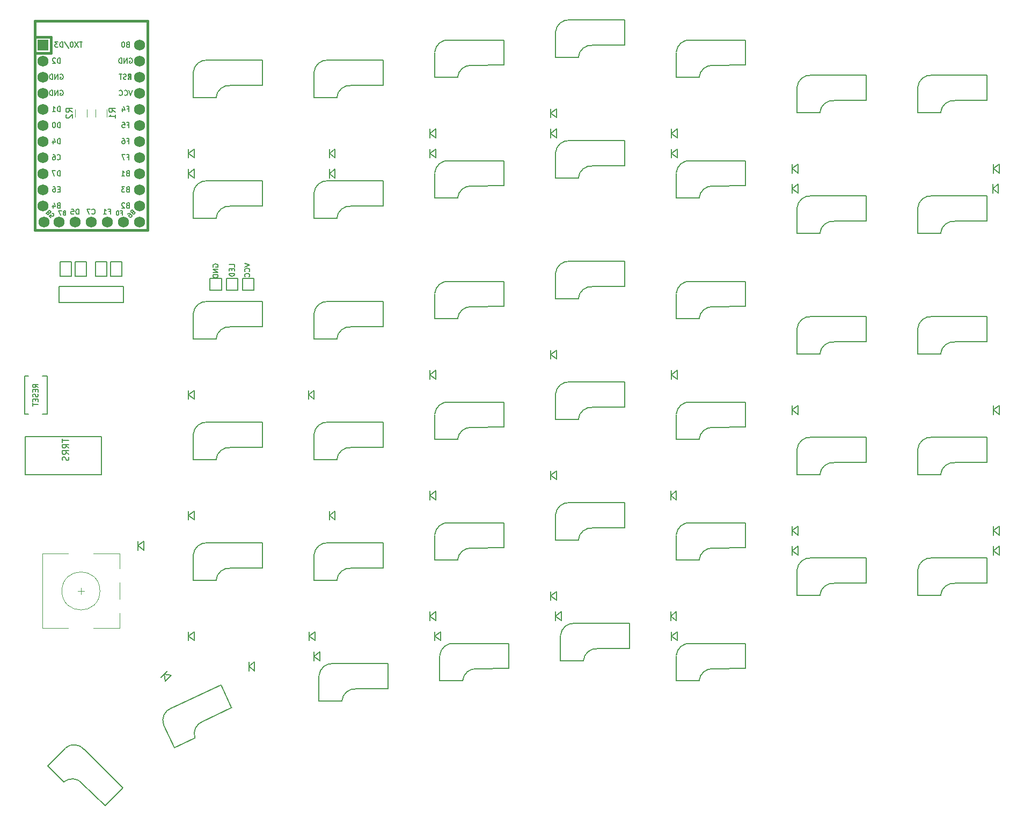
<source format=gbr>
%TF.GenerationSoftware,KiCad,Pcbnew,(6.0.1)*%
%TF.CreationDate,2022-02-14T18:22:42+08:00*%
%TF.ProjectId,Sofle_Extended,536f666c-655f-4457-9874-656e6465642e,rev?*%
%TF.SameCoordinates,Original*%
%TF.FileFunction,Legend,Bot*%
%TF.FilePolarity,Positive*%
%FSLAX46Y46*%
G04 Gerber Fmt 4.6, Leading zero omitted, Abs format (unit mm)*
G04 Created by KiCad (PCBNEW (6.0.1)) date 2022-02-14 18:22:42*
%MOMM*%
%LPD*%
G01*
G04 APERTURE LIST*
%ADD10C,0.150000*%
%ADD11C,0.120000*%
%ADD12C,0.381000*%
%ADD13R,1.752600X1.752600*%
%ADD14C,1.752600*%
G04 APERTURE END LIST*
D10*
%TO.C,J3*%
X76459630Y-100582345D02*
X76459630Y-101153773D01*
X77459630Y-100868059D02*
X76459630Y-100868059D01*
X77459630Y-102058535D02*
X76983440Y-101725202D01*
X77459630Y-101487107D02*
X76459630Y-101487107D01*
X76459630Y-101868059D01*
X76507250Y-101963297D01*
X76554869Y-102010916D01*
X76650107Y-102058535D01*
X76792964Y-102058535D01*
X76888202Y-102010916D01*
X76935821Y-101963297D01*
X76983440Y-101868059D01*
X76983440Y-101487107D01*
X77459630Y-103058535D02*
X76983440Y-102725202D01*
X77459630Y-102487107D02*
X76459630Y-102487107D01*
X76459630Y-102868059D01*
X76507250Y-102963297D01*
X76554869Y-103010916D01*
X76650107Y-103058535D01*
X76792964Y-103058535D01*
X76888202Y-103010916D01*
X76935821Y-102963297D01*
X76983440Y-102868059D01*
X76983440Y-102487107D01*
X77412011Y-103439488D02*
X77459630Y-103582345D01*
X77459630Y-103820440D01*
X77412011Y-103915678D01*
X77364392Y-103963297D01*
X77269154Y-104010916D01*
X77173916Y-104010916D01*
X77078678Y-103963297D01*
X77031059Y-103915678D01*
X76983440Y-103820440D01*
X76935821Y-103629964D01*
X76888202Y-103534726D01*
X76840583Y-103487107D01*
X76745345Y-103439488D01*
X76650107Y-103439488D01*
X76554869Y-103487107D01*
X76507250Y-103534726D01*
X76459630Y-103629964D01*
X76459630Y-103868059D01*
X76507250Y-104010916D01*
%TO.C,J1*%
X103599404Y-73485714D02*
X103599404Y-73104761D01*
X102799404Y-73104761D01*
X103180357Y-73752380D02*
X103180357Y-74019047D01*
X103599404Y-74133333D02*
X103599404Y-73752380D01*
X102799404Y-73752380D01*
X102799404Y-74133333D01*
X103599404Y-74476190D02*
X102799404Y-74476190D01*
X102799404Y-74666666D01*
X102837500Y-74780952D01*
X102913690Y-74857142D01*
X102989880Y-74895238D01*
X103142261Y-74933333D01*
X103256547Y-74933333D01*
X103408928Y-74895238D01*
X103485119Y-74857142D01*
X103561309Y-74780952D01*
X103599404Y-74666666D01*
X103599404Y-74476190D01*
X100237500Y-73490476D02*
X100199404Y-73414285D01*
X100199404Y-73300000D01*
X100237500Y-73185714D01*
X100313690Y-73109523D01*
X100389880Y-73071428D01*
X100542261Y-73033333D01*
X100656547Y-73033333D01*
X100808928Y-73071428D01*
X100885119Y-73109523D01*
X100961309Y-73185714D01*
X100999404Y-73300000D01*
X100999404Y-73376190D01*
X100961309Y-73490476D01*
X100923214Y-73528571D01*
X100656547Y-73528571D01*
X100656547Y-73376190D01*
X100999404Y-73871428D02*
X100199404Y-73871428D01*
X100999404Y-74328571D01*
X100199404Y-74328571D01*
X100999404Y-74709523D02*
X100199404Y-74709523D01*
X100199404Y-74900000D01*
X100237500Y-75014285D01*
X100313690Y-75090476D01*
X100389880Y-75128571D01*
X100542261Y-75166666D01*
X100656547Y-75166666D01*
X100808928Y-75128571D01*
X100885119Y-75090476D01*
X100961309Y-75014285D01*
X100999404Y-74900000D01*
X100999404Y-74709523D01*
X105199404Y-72933333D02*
X105999404Y-73200000D01*
X105199404Y-73466666D01*
X105923214Y-74190476D02*
X105961309Y-74152380D01*
X105999404Y-74038095D01*
X105999404Y-73961904D01*
X105961309Y-73847619D01*
X105885119Y-73771428D01*
X105808928Y-73733333D01*
X105656547Y-73695238D01*
X105542261Y-73695238D01*
X105389880Y-73733333D01*
X105313690Y-73771428D01*
X105237500Y-73847619D01*
X105199404Y-73961904D01*
X105199404Y-74038095D01*
X105237500Y-74152380D01*
X105275595Y-74190476D01*
X105923214Y-74990476D02*
X105961309Y-74952380D01*
X105999404Y-74838095D01*
X105999404Y-74761904D01*
X105961309Y-74647619D01*
X105885119Y-74571428D01*
X105808928Y-74533333D01*
X105656547Y-74495238D01*
X105542261Y-74495238D01*
X105389880Y-74533333D01*
X105313690Y-74571428D01*
X105237500Y-74647619D01*
X105199404Y-74761904D01*
X105199404Y-74838095D01*
X105237500Y-74952380D01*
X105275595Y-74990476D01*
%TO.C,RSW1*%
X72593154Y-92500595D02*
X72212202Y-92233928D01*
X72593154Y-92043452D02*
X71793154Y-92043452D01*
X71793154Y-92348214D01*
X71831250Y-92424404D01*
X71869345Y-92462500D01*
X71945535Y-92500595D01*
X72059821Y-92500595D01*
X72136011Y-92462500D01*
X72174107Y-92424404D01*
X72212202Y-92348214D01*
X72212202Y-92043452D01*
X72174107Y-92843452D02*
X72174107Y-93110119D01*
X72593154Y-93224404D02*
X72593154Y-92843452D01*
X71793154Y-92843452D01*
X71793154Y-93224404D01*
X72555059Y-93529166D02*
X72593154Y-93643452D01*
X72593154Y-93833928D01*
X72555059Y-93910119D01*
X72516964Y-93948214D01*
X72440773Y-93986309D01*
X72364583Y-93986309D01*
X72288392Y-93948214D01*
X72250297Y-93910119D01*
X72212202Y-93833928D01*
X72174107Y-93681547D01*
X72136011Y-93605357D01*
X72097916Y-93567261D01*
X72021726Y-93529166D01*
X71945535Y-93529166D01*
X71869345Y-93567261D01*
X71831250Y-93605357D01*
X71793154Y-93681547D01*
X71793154Y-93872023D01*
X71831250Y-93986309D01*
X72174107Y-94329166D02*
X72174107Y-94595833D01*
X72593154Y-94710119D02*
X72593154Y-94329166D01*
X71793154Y-94329166D01*
X71793154Y-94710119D01*
X71793154Y-94938690D02*
X71793154Y-95395833D01*
X72593154Y-95167261D02*
X71793154Y-95167261D01*
%TO.C,U1*%
X86535833Y-43801309D02*
X86421547Y-43839404D01*
X86231071Y-43839404D01*
X86154880Y-43801309D01*
X86116785Y-43763214D01*
X86078690Y-43687023D01*
X86078690Y-43610833D01*
X86116785Y-43534642D01*
X86154880Y-43496547D01*
X86231071Y-43458452D01*
X86383452Y-43420357D01*
X86459642Y-43382261D01*
X86497738Y-43344166D01*
X86535833Y-43267976D01*
X86535833Y-43191785D01*
X86497738Y-43115595D01*
X86459642Y-43077500D01*
X86383452Y-43039404D01*
X86192976Y-43039404D01*
X86078690Y-43077500D01*
X85850119Y-43039404D02*
X85392976Y-43039404D01*
X85621547Y-43839404D02*
X85621547Y-43039404D01*
X79581104Y-37979404D02*
X79123961Y-37979404D01*
X79352532Y-38779404D02*
X79352532Y-37979404D01*
X78933485Y-37979404D02*
X78400151Y-38779404D01*
X78400151Y-37979404D02*
X78933485Y-38779404D01*
X77943008Y-37979404D02*
X77866818Y-37979404D01*
X77790628Y-38017500D01*
X77752532Y-38055595D01*
X77714437Y-38131785D01*
X77676342Y-38284166D01*
X77676342Y-38474642D01*
X77714437Y-38627023D01*
X77752532Y-38703214D01*
X77790628Y-38741309D01*
X77866818Y-38779404D01*
X77943008Y-38779404D01*
X78019199Y-38741309D01*
X78057294Y-38703214D01*
X78095389Y-38627023D01*
X78133485Y-38474642D01*
X78133485Y-38284166D01*
X78095389Y-38131785D01*
X78057294Y-38055595D01*
X78019199Y-38017500D01*
X77943008Y-37979404D01*
X76762056Y-37941309D02*
X77447770Y-38969880D01*
X76495389Y-38779404D02*
X76495389Y-37979404D01*
X76304913Y-37979404D01*
X76190628Y-38017500D01*
X76114437Y-38093690D01*
X76076342Y-38169880D01*
X76038247Y-38322261D01*
X76038247Y-38436547D01*
X76076342Y-38588928D01*
X76114437Y-38665119D01*
X76190628Y-38741309D01*
X76304913Y-38779404D01*
X76495389Y-38779404D01*
X75771580Y-37979404D02*
X75276342Y-37979404D01*
X75543008Y-38284166D01*
X75428723Y-38284166D01*
X75352532Y-38322261D01*
X75314437Y-38360357D01*
X75276342Y-38436547D01*
X75276342Y-38627023D01*
X75314437Y-38703214D01*
X75352532Y-38741309D01*
X75428723Y-38779404D01*
X75657294Y-38779404D01*
X75733485Y-38741309D01*
X75771580Y-38703214D01*
X86747309Y-38360357D02*
X86633023Y-38398452D01*
X86594928Y-38436547D01*
X86556833Y-38512738D01*
X86556833Y-38627023D01*
X86594928Y-38703214D01*
X86633023Y-38741309D01*
X86709214Y-38779404D01*
X87013976Y-38779404D01*
X87013976Y-37979404D01*
X86747309Y-37979404D01*
X86671119Y-38017500D01*
X86633023Y-38055595D01*
X86594928Y-38131785D01*
X86594928Y-38207976D01*
X86633023Y-38284166D01*
X86671119Y-38322261D01*
X86747309Y-38360357D01*
X87013976Y-38360357D01*
X86061595Y-37979404D02*
X85985404Y-37979404D01*
X85909214Y-38017500D01*
X85871119Y-38055595D01*
X85833023Y-38131785D01*
X85794928Y-38284166D01*
X85794928Y-38474642D01*
X85833023Y-38627023D01*
X85871119Y-38703214D01*
X85909214Y-38741309D01*
X85985404Y-38779404D01*
X86061595Y-38779404D01*
X86137785Y-38741309D01*
X86175880Y-38703214D01*
X86213976Y-38627023D01*
X86252071Y-38474642D01*
X86252071Y-38284166D01*
X86213976Y-38131785D01*
X86175880Y-38055595D01*
X86137785Y-38017500D01*
X86061595Y-37979404D01*
X76091976Y-48939404D02*
X76091976Y-48139404D01*
X75901500Y-48139404D01*
X75787214Y-48177500D01*
X75711023Y-48253690D01*
X75672928Y-48329880D01*
X75634833Y-48482261D01*
X75634833Y-48596547D01*
X75672928Y-48748928D01*
X75711023Y-48825119D01*
X75787214Y-48901309D01*
X75901500Y-48939404D01*
X76091976Y-48939404D01*
X74872928Y-48939404D02*
X75330071Y-48939404D01*
X75101500Y-48939404D02*
X75101500Y-48139404D01*
X75177690Y-48253690D01*
X75253880Y-48329880D01*
X75330071Y-48367976D01*
X86747309Y-63760357D02*
X86633023Y-63798452D01*
X86594928Y-63836547D01*
X86556833Y-63912738D01*
X86556833Y-64027023D01*
X86594928Y-64103214D01*
X86633023Y-64141309D01*
X86709214Y-64179404D01*
X87013976Y-64179404D01*
X87013976Y-63379404D01*
X86747309Y-63379404D01*
X86671119Y-63417500D01*
X86633023Y-63455595D01*
X86594928Y-63531785D01*
X86594928Y-63607976D01*
X86633023Y-63684166D01*
X86671119Y-63722261D01*
X86747309Y-63760357D01*
X87013976Y-63760357D01*
X86252071Y-63455595D02*
X86213976Y-63417500D01*
X86137785Y-63379404D01*
X85947309Y-63379404D01*
X85871119Y-63417500D01*
X85833023Y-63455595D01*
X85794928Y-63531785D01*
X85794928Y-63607976D01*
X85833023Y-63722261D01*
X86290166Y-64179404D01*
X85794928Y-64179404D01*
X86747309Y-61220357D02*
X86633023Y-61258452D01*
X86594928Y-61296547D01*
X86556833Y-61372738D01*
X86556833Y-61487023D01*
X86594928Y-61563214D01*
X86633023Y-61601309D01*
X86709214Y-61639404D01*
X87013976Y-61639404D01*
X87013976Y-60839404D01*
X86747309Y-60839404D01*
X86671119Y-60877500D01*
X86633023Y-60915595D01*
X86594928Y-60991785D01*
X86594928Y-61067976D01*
X86633023Y-61144166D01*
X86671119Y-61182261D01*
X86747309Y-61220357D01*
X87013976Y-61220357D01*
X86290166Y-60839404D02*
X85794928Y-60839404D01*
X86061595Y-61144166D01*
X85947309Y-61144166D01*
X85871119Y-61182261D01*
X85833023Y-61220357D01*
X85794928Y-61296547D01*
X85794928Y-61487023D01*
X85833023Y-61563214D01*
X85871119Y-61601309D01*
X85947309Y-61639404D01*
X86175880Y-61639404D01*
X86252071Y-61601309D01*
X86290166Y-61563214D01*
X83769166Y-64730357D02*
X84035833Y-64730357D01*
X84035833Y-65149404D02*
X84035833Y-64349404D01*
X83654880Y-64349404D01*
X82931071Y-65149404D02*
X83388214Y-65149404D01*
X83159642Y-65149404D02*
X83159642Y-64349404D01*
X83235833Y-64463690D01*
X83312023Y-64539880D01*
X83388214Y-64577976D01*
X86690166Y-53600357D02*
X86956833Y-53600357D01*
X86956833Y-54019404D02*
X86956833Y-53219404D01*
X86575880Y-53219404D01*
X85928261Y-53219404D02*
X86080642Y-53219404D01*
X86156833Y-53257500D01*
X86194928Y-53295595D01*
X86271119Y-53409880D01*
X86309214Y-53562261D01*
X86309214Y-53867023D01*
X86271119Y-53943214D01*
X86233023Y-53981309D01*
X86156833Y-54019404D01*
X86004452Y-54019404D01*
X85928261Y-53981309D01*
X85890166Y-53943214D01*
X85852071Y-53867023D01*
X85852071Y-53676547D01*
X85890166Y-53600357D01*
X85928261Y-53562261D01*
X86004452Y-53524166D01*
X86156833Y-53524166D01*
X86233023Y-53562261D01*
X86271119Y-53600357D01*
X86309214Y-53676547D01*
X75825309Y-63760357D02*
X75711023Y-63798452D01*
X75672928Y-63836547D01*
X75634833Y-63912738D01*
X75634833Y-64027023D01*
X75672928Y-64103214D01*
X75711023Y-64141309D01*
X75787214Y-64179404D01*
X76091976Y-64179404D01*
X76091976Y-63379404D01*
X75825309Y-63379404D01*
X75749119Y-63417500D01*
X75711023Y-63455595D01*
X75672928Y-63531785D01*
X75672928Y-63607976D01*
X75711023Y-63684166D01*
X75749119Y-63722261D01*
X75825309Y-63760357D01*
X76091976Y-63760357D01*
X74949119Y-63646071D02*
X74949119Y-64179404D01*
X75139595Y-63341309D02*
X75330071Y-63912738D01*
X74834833Y-63912738D01*
X86747309Y-58680357D02*
X86633023Y-58718452D01*
X86594928Y-58756547D01*
X86556833Y-58832738D01*
X86556833Y-58947023D01*
X86594928Y-59023214D01*
X86633023Y-59061309D01*
X86709214Y-59099404D01*
X87013976Y-59099404D01*
X87013976Y-58299404D01*
X86747309Y-58299404D01*
X86671119Y-58337500D01*
X86633023Y-58375595D01*
X86594928Y-58451785D01*
X86594928Y-58527976D01*
X86633023Y-58604166D01*
X86671119Y-58642261D01*
X86747309Y-58680357D01*
X87013976Y-58680357D01*
X85794928Y-59099404D02*
X86252071Y-59099404D01*
X86023500Y-59099404D02*
X86023500Y-58299404D01*
X86099690Y-58413690D01*
X86175880Y-58489880D01*
X86252071Y-58527976D01*
X86690166Y-56140357D02*
X86956833Y-56140357D01*
X86956833Y-56559404D02*
X86956833Y-55759404D01*
X86575880Y-55759404D01*
X86347309Y-55759404D02*
X85813976Y-55759404D01*
X86156833Y-56559404D01*
X76091976Y-51479404D02*
X76091976Y-50679404D01*
X75901500Y-50679404D01*
X75787214Y-50717500D01*
X75711023Y-50793690D01*
X75672928Y-50869880D01*
X75634833Y-51022261D01*
X75634833Y-51136547D01*
X75672928Y-51288928D01*
X75711023Y-51365119D01*
X75787214Y-51441309D01*
X75901500Y-51479404D01*
X76091976Y-51479404D01*
X75139595Y-50679404D02*
X75063404Y-50679404D01*
X74987214Y-50717500D01*
X74949119Y-50755595D01*
X74911023Y-50831785D01*
X74872928Y-50984166D01*
X74872928Y-51174642D01*
X74911023Y-51327023D01*
X74949119Y-51403214D01*
X74987214Y-51441309D01*
X75063404Y-51479404D01*
X75139595Y-51479404D01*
X75215785Y-51441309D01*
X75253880Y-51403214D01*
X75291976Y-51327023D01*
X75330071Y-51174642D01*
X75330071Y-50984166D01*
X75291976Y-50831785D01*
X75253880Y-50755595D01*
X75215785Y-50717500D01*
X75139595Y-50679404D01*
X76091976Y-54019404D02*
X76091976Y-53219404D01*
X75901500Y-53219404D01*
X75787214Y-53257500D01*
X75711023Y-53333690D01*
X75672928Y-53409880D01*
X75634833Y-53562261D01*
X75634833Y-53676547D01*
X75672928Y-53828928D01*
X75711023Y-53905119D01*
X75787214Y-53981309D01*
X75901500Y-54019404D01*
X76091976Y-54019404D01*
X74949119Y-53486071D02*
X74949119Y-54019404D01*
X75139595Y-53181309D02*
X75330071Y-53752738D01*
X74834833Y-53752738D01*
X79012976Y-65149404D02*
X79012976Y-64349404D01*
X78822500Y-64349404D01*
X78708214Y-64387500D01*
X78632023Y-64463690D01*
X78593928Y-64539880D01*
X78555833Y-64692261D01*
X78555833Y-64806547D01*
X78593928Y-64958928D01*
X78632023Y-65035119D01*
X78708214Y-65111309D01*
X78822500Y-65149404D01*
X79012976Y-65149404D01*
X77832023Y-64349404D02*
X78212976Y-64349404D01*
X78251071Y-64730357D01*
X78212976Y-64692261D01*
X78136785Y-64654166D01*
X77946309Y-64654166D01*
X77870119Y-64692261D01*
X77832023Y-64730357D01*
X77793928Y-64806547D01*
X77793928Y-64997023D01*
X77832023Y-65073214D01*
X77870119Y-65111309D01*
X77946309Y-65149404D01*
X78136785Y-65149404D01*
X78212976Y-65111309D01*
X78251071Y-65073214D01*
X86690166Y-51060357D02*
X86956833Y-51060357D01*
X86956833Y-51479404D02*
X86956833Y-50679404D01*
X86575880Y-50679404D01*
X85890166Y-50679404D02*
X86271119Y-50679404D01*
X86309214Y-51060357D01*
X86271119Y-51022261D01*
X86194928Y-50984166D01*
X86004452Y-50984166D01*
X85928261Y-51022261D01*
X85890166Y-51060357D01*
X85852071Y-51136547D01*
X85852071Y-51327023D01*
X85890166Y-51403214D01*
X85928261Y-51441309D01*
X86004452Y-51479404D01*
X86194928Y-51479404D01*
X86271119Y-51441309D01*
X86309214Y-51403214D01*
X76091976Y-59099404D02*
X76091976Y-58299404D01*
X75901500Y-58299404D01*
X75787214Y-58337500D01*
X75711023Y-58413690D01*
X75672928Y-58489880D01*
X75634833Y-58642261D01*
X75634833Y-58756547D01*
X75672928Y-58908928D01*
X75711023Y-58985119D01*
X75787214Y-59061309D01*
X75901500Y-59099404D01*
X76091976Y-59099404D01*
X75368166Y-58299404D02*
X74834833Y-58299404D01*
X75177690Y-59099404D01*
X87527491Y-64851797D02*
X87480351Y-64946078D01*
X87480351Y-64993219D01*
X87503921Y-65063929D01*
X87574632Y-65134640D01*
X87645342Y-65158210D01*
X87692483Y-65158210D01*
X87763193Y-65134640D01*
X87951755Y-64946078D01*
X87456780Y-64451103D01*
X87291789Y-64616095D01*
X87268219Y-64686806D01*
X87268219Y-64733946D01*
X87291789Y-64804657D01*
X87338929Y-64851797D01*
X87409640Y-64875367D01*
X87456780Y-64875367D01*
X87527491Y-64851797D01*
X87692483Y-64686806D01*
X86749674Y-65158210D02*
X86843955Y-65063929D01*
X86914665Y-65040359D01*
X86961806Y-65040359D01*
X87079657Y-65063929D01*
X87197508Y-65134640D01*
X87386070Y-65323202D01*
X87409640Y-65393912D01*
X87409640Y-65441053D01*
X87386070Y-65511764D01*
X87291789Y-65606044D01*
X87221078Y-65629615D01*
X87173938Y-65629615D01*
X87103227Y-65606044D01*
X86985376Y-65488193D01*
X86961806Y-65417483D01*
X86961806Y-65370342D01*
X86985376Y-65299632D01*
X87079657Y-65205351D01*
X87150367Y-65181780D01*
X87197508Y-65181780D01*
X87268219Y-65205351D01*
X76745833Y-64937500D02*
X76645833Y-64970833D01*
X76612500Y-65004166D01*
X76579166Y-65070833D01*
X76579166Y-65170833D01*
X76612500Y-65237500D01*
X76645833Y-65270833D01*
X76712500Y-65304166D01*
X76979166Y-65304166D01*
X76979166Y-64604166D01*
X76745833Y-64604166D01*
X76679166Y-64637500D01*
X76645833Y-64670833D01*
X76612500Y-64737500D01*
X76612500Y-64804166D01*
X76645833Y-64870833D01*
X76679166Y-64904166D01*
X76745833Y-64937500D01*
X76979166Y-64937500D01*
X76345833Y-64604166D02*
X75879166Y-64604166D01*
X76179166Y-65304166D01*
X87490166Y-45599404D02*
X87223500Y-46399404D01*
X86956833Y-45599404D01*
X86233023Y-46323214D02*
X86271119Y-46361309D01*
X86385404Y-46399404D01*
X86461595Y-46399404D01*
X86575880Y-46361309D01*
X86652071Y-46285119D01*
X86690166Y-46208928D01*
X86728261Y-46056547D01*
X86728261Y-45942261D01*
X86690166Y-45789880D01*
X86652071Y-45713690D01*
X86575880Y-45637500D01*
X86461595Y-45599404D01*
X86385404Y-45599404D01*
X86271119Y-45637500D01*
X86233023Y-45675595D01*
X85433023Y-46323214D02*
X85471119Y-46361309D01*
X85585404Y-46399404D01*
X85661595Y-46399404D01*
X85775880Y-46361309D01*
X85852071Y-46285119D01*
X85890166Y-46208928D01*
X85928261Y-46056547D01*
X85928261Y-45942261D01*
X85890166Y-45789880D01*
X85852071Y-45713690D01*
X85775880Y-45637500D01*
X85661595Y-45599404D01*
X85585404Y-45599404D01*
X85471119Y-45637500D01*
X85433023Y-45675595D01*
X85695833Y-64937500D02*
X85929166Y-64937500D01*
X85929166Y-65304166D02*
X85929166Y-64604166D01*
X85595833Y-64604166D01*
X85195833Y-64604166D02*
X85129166Y-64604166D01*
X85062500Y-64637500D01*
X85029166Y-64670833D01*
X84995833Y-64737500D01*
X84962500Y-64870833D01*
X84962500Y-65037500D01*
X84995833Y-65170833D01*
X85029166Y-65237500D01*
X85062500Y-65270833D01*
X85129166Y-65304166D01*
X85195833Y-65304166D01*
X85262500Y-65270833D01*
X85295833Y-65237500D01*
X85329166Y-65170833D01*
X85362500Y-65037500D01*
X85362500Y-64870833D01*
X85329166Y-64737500D01*
X85295833Y-64670833D01*
X85262500Y-64637500D01*
X85195833Y-64604166D01*
X76111023Y-43097500D02*
X76187214Y-43059404D01*
X76301500Y-43059404D01*
X76415785Y-43097500D01*
X76491976Y-43173690D01*
X76530071Y-43249880D01*
X76568166Y-43402261D01*
X76568166Y-43516547D01*
X76530071Y-43668928D01*
X76491976Y-43745119D01*
X76415785Y-43821309D01*
X76301500Y-43859404D01*
X76225309Y-43859404D01*
X76111023Y-43821309D01*
X76072928Y-43783214D01*
X76072928Y-43516547D01*
X76225309Y-43516547D01*
X75730071Y-43859404D02*
X75730071Y-43059404D01*
X75272928Y-43859404D01*
X75272928Y-43059404D01*
X74891976Y-43859404D02*
X74891976Y-43059404D01*
X74701500Y-43059404D01*
X74587214Y-43097500D01*
X74511023Y-43173690D01*
X74472928Y-43249880D01*
X74434833Y-43402261D01*
X74434833Y-43516547D01*
X74472928Y-43668928D01*
X74511023Y-43745119D01*
X74587214Y-43821309D01*
X74701500Y-43859404D01*
X74891976Y-43859404D01*
X86690166Y-48520357D02*
X86956833Y-48520357D01*
X86956833Y-48939404D02*
X86956833Y-48139404D01*
X86575880Y-48139404D01*
X85928261Y-48406071D02*
X85928261Y-48939404D01*
X86118738Y-48101309D02*
X86309214Y-48672738D01*
X85813976Y-48672738D01*
X75634833Y-56483214D02*
X75672928Y-56521309D01*
X75787214Y-56559404D01*
X75863404Y-56559404D01*
X75977690Y-56521309D01*
X76053880Y-56445119D01*
X76091976Y-56368928D01*
X76130071Y-56216547D01*
X76130071Y-56102261D01*
X76091976Y-55949880D01*
X76053880Y-55873690D01*
X75977690Y-55797500D01*
X75863404Y-55759404D01*
X75787214Y-55759404D01*
X75672928Y-55797500D01*
X75634833Y-55835595D01*
X74949119Y-55759404D02*
X75101500Y-55759404D01*
X75177690Y-55797500D01*
X75215785Y-55835595D01*
X75291976Y-55949880D01*
X75330071Y-56102261D01*
X75330071Y-56407023D01*
X75291976Y-56483214D01*
X75253880Y-56521309D01*
X75177690Y-56559404D01*
X75025309Y-56559404D01*
X74949119Y-56521309D01*
X74911023Y-56483214D01*
X74872928Y-56407023D01*
X74872928Y-56216547D01*
X74911023Y-56140357D01*
X74949119Y-56102261D01*
X75025309Y-56064166D01*
X75177690Y-56064166D01*
X75253880Y-56102261D01*
X75291976Y-56140357D01*
X75330071Y-56216547D01*
X76053880Y-61220357D02*
X75787214Y-61220357D01*
X75672928Y-61639404D02*
X76053880Y-61639404D01*
X76053880Y-60839404D01*
X75672928Y-60839404D01*
X74987214Y-60839404D02*
X75139595Y-60839404D01*
X75215785Y-60877500D01*
X75253880Y-60915595D01*
X75330071Y-61029880D01*
X75368166Y-61182261D01*
X75368166Y-61487023D01*
X75330071Y-61563214D01*
X75291976Y-61601309D01*
X75215785Y-61639404D01*
X75063404Y-61639404D01*
X74987214Y-61601309D01*
X74949119Y-61563214D01*
X74911023Y-61487023D01*
X74911023Y-61296547D01*
X74949119Y-61220357D01*
X74987214Y-61182261D01*
X75063404Y-61144166D01*
X75215785Y-61144166D01*
X75291976Y-61182261D01*
X75330071Y-61220357D01*
X75368166Y-61296547D01*
X74326797Y-64922508D02*
X74421078Y-64969648D01*
X74468219Y-64969648D01*
X74538929Y-64946078D01*
X74609640Y-64875367D01*
X74633210Y-64804657D01*
X74633210Y-64757516D01*
X74609640Y-64686806D01*
X74421078Y-64498244D01*
X73926103Y-64993219D01*
X74091095Y-65158210D01*
X74161806Y-65181780D01*
X74208946Y-65181780D01*
X74279657Y-65158210D01*
X74326797Y-65111070D01*
X74350367Y-65040359D01*
X74350367Y-64993219D01*
X74326797Y-64922508D01*
X74161806Y-64757516D01*
X74656780Y-65723896D02*
X74421078Y-65488193D01*
X74633210Y-65228921D01*
X74633210Y-65276061D01*
X74656780Y-65346772D01*
X74774632Y-65464623D01*
X74845342Y-65488193D01*
X74892483Y-65488193D01*
X74963193Y-65464623D01*
X75081044Y-65346772D01*
X75104615Y-65276061D01*
X75104615Y-65228921D01*
X75081044Y-65158210D01*
X74963193Y-65040359D01*
X74892483Y-65016789D01*
X74845342Y-65016789D01*
X76111023Y-45637500D02*
X76187214Y-45599404D01*
X76301500Y-45599404D01*
X76415785Y-45637500D01*
X76491976Y-45713690D01*
X76530071Y-45789880D01*
X76568166Y-45942261D01*
X76568166Y-46056547D01*
X76530071Y-46208928D01*
X76491976Y-46285119D01*
X76415785Y-46361309D01*
X76301500Y-46399404D01*
X76225309Y-46399404D01*
X76111023Y-46361309D01*
X76072928Y-46323214D01*
X76072928Y-46056547D01*
X76225309Y-46056547D01*
X75730071Y-46399404D02*
X75730071Y-45599404D01*
X75272928Y-46399404D01*
X75272928Y-45599404D01*
X74891976Y-46399404D02*
X74891976Y-45599404D01*
X74701500Y-45599404D01*
X74587214Y-45637500D01*
X74511023Y-45713690D01*
X74472928Y-45789880D01*
X74434833Y-45942261D01*
X74434833Y-46056547D01*
X74472928Y-46208928D01*
X74511023Y-46285119D01*
X74587214Y-46361309D01*
X74701500Y-46399404D01*
X74891976Y-46399404D01*
X81095833Y-65073214D02*
X81133928Y-65111309D01*
X81248214Y-65149404D01*
X81324404Y-65149404D01*
X81438690Y-65111309D01*
X81514880Y-65035119D01*
X81552976Y-64958928D01*
X81591071Y-64806547D01*
X81591071Y-64692261D01*
X81552976Y-64539880D01*
X81514880Y-64463690D01*
X81438690Y-64387500D01*
X81324404Y-64349404D01*
X81248214Y-64349404D01*
X81133928Y-64387500D01*
X81095833Y-64425595D01*
X80829166Y-64349404D02*
X80295833Y-64349404D01*
X80638690Y-65149404D01*
X76091976Y-41319404D02*
X76091976Y-40519404D01*
X75901500Y-40519404D01*
X75787214Y-40557500D01*
X75711023Y-40633690D01*
X75672928Y-40709880D01*
X75634833Y-40862261D01*
X75634833Y-40976547D01*
X75672928Y-41128928D01*
X75711023Y-41205119D01*
X75787214Y-41281309D01*
X75901500Y-41319404D01*
X76091976Y-41319404D01*
X75330071Y-40595595D02*
X75291976Y-40557500D01*
X75215785Y-40519404D01*
X75025309Y-40519404D01*
X74949119Y-40557500D01*
X74911023Y-40595595D01*
X74872928Y-40671785D01*
X74872928Y-40747976D01*
X74911023Y-40862261D01*
X75368166Y-41319404D01*
X74872928Y-41319404D01*
X87033023Y-40557500D02*
X87109214Y-40519404D01*
X87223500Y-40519404D01*
X87337785Y-40557500D01*
X87413976Y-40633690D01*
X87452071Y-40709880D01*
X87490166Y-40862261D01*
X87490166Y-40976547D01*
X87452071Y-41128928D01*
X87413976Y-41205119D01*
X87337785Y-41281309D01*
X87223500Y-41319404D01*
X87147309Y-41319404D01*
X87033023Y-41281309D01*
X86994928Y-41243214D01*
X86994928Y-40976547D01*
X87147309Y-40976547D01*
X86652071Y-41319404D02*
X86652071Y-40519404D01*
X86194928Y-41319404D01*
X86194928Y-40519404D01*
X85813976Y-41319404D02*
X85813976Y-40519404D01*
X85623500Y-40519404D01*
X85509214Y-40557500D01*
X85433023Y-40633690D01*
X85394928Y-40709880D01*
X85356833Y-40862261D01*
X85356833Y-40976547D01*
X85394928Y-41128928D01*
X85433023Y-41205119D01*
X85509214Y-41281309D01*
X85623500Y-41319404D01*
X85813976Y-41319404D01*
%TO.C,R2*%
X78007380Y-49045833D02*
X77531190Y-48712500D01*
X78007380Y-48474404D02*
X77007380Y-48474404D01*
X77007380Y-48855357D01*
X77055000Y-48950595D01*
X77102619Y-48998214D01*
X77197857Y-49045833D01*
X77340714Y-49045833D01*
X77435952Y-48998214D01*
X77483571Y-48950595D01*
X77531190Y-48855357D01*
X77531190Y-48474404D01*
X77102619Y-49426785D02*
X77055000Y-49474404D01*
X77007380Y-49569642D01*
X77007380Y-49807738D01*
X77055000Y-49902976D01*
X77102619Y-49950595D01*
X77197857Y-49998214D01*
X77293095Y-49998214D01*
X77435952Y-49950595D01*
X78007380Y-49379166D01*
X78007380Y-49998214D01*
%TO.C,R1*%
X84822380Y-49045833D02*
X84346190Y-48712500D01*
X84822380Y-48474404D02*
X83822380Y-48474404D01*
X83822380Y-48855357D01*
X83870000Y-48950595D01*
X83917619Y-48998214D01*
X84012857Y-49045833D01*
X84155714Y-49045833D01*
X84250952Y-48998214D01*
X84298571Y-48950595D01*
X84346190Y-48855357D01*
X84346190Y-48474404D01*
X84822380Y-49998214D02*
X84822380Y-49426785D01*
X84822380Y-49712500D02*
X83822380Y-49712500D01*
X83965238Y-49617261D01*
X84060476Y-49522023D01*
X84108095Y-49426785D01*
%TO.C,SW41*%
X85992767Y-155745458D02*
X79893971Y-149646662D01*
X83229394Y-158508831D02*
X85992767Y-155745458D01*
X83196867Y-158541358D02*
X79593451Y-155002996D01*
X76903617Y-149419681D02*
X74114080Y-152209217D01*
X74107716Y-152215581D02*
X76660372Y-154768236D01*
X79608300Y-155023502D02*
G75*
G03*
X76680879Y-154754801I-1598061J-1329359D01*
G01*
X79893971Y-149646662D02*
G75*
G03*
X76960892Y-149377961I-1600890J-1332189D01*
G01*
%TO.C,SW3*%
X184187500Y-41554000D02*
X184187500Y-37646000D01*
X173287500Y-43554000D02*
X176897500Y-43554000D01*
X184187500Y-41600000D02*
X179137500Y-41646000D01*
X173287500Y-39600000D02*
X173287500Y-43545000D01*
X184187500Y-37646000D02*
X175562500Y-37646000D01*
X175562500Y-37646000D02*
G75*
G03*
X173298500Y-39530000I-190000J-2074000D01*
G01*
X179162500Y-41650001D02*
G75*
G03*
X176902501Y-43529999I-190001J-2069997D01*
G01*
%TO.C,D9*%
X191587500Y-60418750D02*
X191587500Y-61818750D01*
X191587500Y-61118750D02*
X192487500Y-60418750D01*
X192487500Y-61818750D02*
X191587500Y-61118750D01*
X192487500Y-60418750D02*
X192487500Y-61818750D01*
%TO.C,SW37*%
X155031250Y-131675000D02*
X155031250Y-135620000D01*
X155031250Y-135629000D02*
X158641250Y-135629000D01*
X165931250Y-129721000D02*
X157306250Y-129721000D01*
X165931250Y-133675000D02*
X160881250Y-133721000D01*
X165931250Y-133629000D02*
X165931250Y-129721000D01*
X157306250Y-129721000D02*
G75*
G03*
X155042250Y-131605000I-190000J-2074000D01*
G01*
X160906250Y-133725001D02*
G75*
G03*
X158646251Y-135604999I-190001J-2069997D01*
G01*
%TO.C,SW31*%
X184187500Y-113846000D02*
X175562500Y-113846000D01*
X184187500Y-117800000D02*
X179137500Y-117846000D01*
X173287500Y-119754000D02*
X176897500Y-119754000D01*
X184187500Y-117754000D02*
X184187500Y-113846000D01*
X173287500Y-115800000D02*
X173287500Y-119745000D01*
X175562500Y-113846000D02*
G75*
G03*
X173298500Y-115730000I-190000J-2074000D01*
G01*
X179162500Y-117850001D02*
G75*
G03*
X176902501Y-119729999I-190001J-2069997D01*
G01*
%TO.C,D12*%
X135337500Y-56262500D02*
X134437500Y-55562500D01*
X134437500Y-54862500D02*
X134437500Y-56262500D01*
X134437500Y-55562500D02*
X135337500Y-54862500D01*
X135337500Y-54862500D02*
X135337500Y-56262500D01*
%TO.C,D27*%
X119462500Y-113412500D02*
X118562500Y-112712500D01*
X118562500Y-112012500D02*
X118562500Y-113412500D01*
X119462500Y-112012500D02*
X119462500Y-113412500D01*
X118562500Y-112712500D02*
X119462500Y-112012500D01*
%TO.C,J3*%
X82593750Y-106268750D02*
X70593750Y-106268750D01*
X70593750Y-106268750D02*
X70593750Y-100268750D01*
X70593750Y-100268750D02*
X82593750Y-100268750D01*
X82593750Y-100268750D02*
X82593750Y-106268750D01*
%TO.C,D6*%
X119462500Y-54862500D02*
X119462500Y-56262500D01*
X118562500Y-54862500D02*
X118562500Y-56262500D01*
X119462500Y-56262500D02*
X118562500Y-55562500D01*
X118562500Y-55562500D02*
X119462500Y-54862500D01*
%TO.C,D10*%
X172537500Y-55562500D02*
X173437500Y-54862500D01*
X173437500Y-56262500D02*
X172537500Y-55562500D01*
X172537500Y-54862500D02*
X172537500Y-56262500D01*
X173437500Y-54862500D02*
X173437500Y-56262500D01*
%TO.C,D4*%
X154387500Y-48512500D02*
X154387500Y-49912500D01*
X154387500Y-49912500D02*
X153487500Y-49212500D01*
X153487500Y-48512500D02*
X153487500Y-49912500D01*
X153487500Y-49212500D02*
X154387500Y-48512500D01*
%TO.C,D16*%
X192487500Y-95343750D02*
X192487500Y-96743750D01*
X191587500Y-95343750D02*
X191587500Y-96743750D01*
X192487500Y-96743750D02*
X191587500Y-96043750D01*
X191587500Y-96043750D02*
X192487500Y-95343750D01*
%TO.C,SW13*%
X116137500Y-61825000D02*
X116137500Y-65770000D01*
X127037500Y-63779000D02*
X127037500Y-59871000D01*
X127037500Y-63825000D02*
X121987500Y-63871000D01*
X116137500Y-65779000D02*
X119747500Y-65779000D01*
X127037500Y-59871000D02*
X118412500Y-59871000D01*
X122012500Y-63875001D02*
G75*
G03*
X119752501Y-65754999I-190001J-2069997D01*
G01*
X118412500Y-59871000D02*
G75*
G03*
X116148500Y-61755000I-190000J-2074000D01*
G01*
%TO.C,SW1*%
X222287500Y-43202250D02*
X213662500Y-43202250D01*
X211387500Y-45156250D02*
X211387500Y-49101250D01*
X211387500Y-49110250D02*
X214997500Y-49110250D01*
X222287500Y-47156250D02*
X217237500Y-47202250D01*
X222287500Y-47110250D02*
X222287500Y-43202250D01*
X213662500Y-43202250D02*
G75*
G03*
X211398500Y-45086250I-190000J-2074000D01*
G01*
X217262500Y-47206251D02*
G75*
G03*
X215002501Y-49086249I-190001J-2069997D01*
G01*
%TO.C,J1*%
X99737500Y-77100000D02*
X99737500Y-75300000D01*
X106637500Y-77100000D02*
X104837500Y-77100000D01*
X106637500Y-75300000D02*
X106637500Y-77100000D01*
X104837500Y-75300000D02*
X106637500Y-75300000D01*
X101537500Y-77100000D02*
X99737500Y-77100000D01*
X102337500Y-77100000D02*
X102337500Y-75300000D01*
X99737500Y-75300000D02*
X101537500Y-75300000D01*
X104137500Y-77100000D02*
X102337500Y-77100000D01*
X104837500Y-77100000D02*
X104837500Y-75300000D01*
X104137500Y-75300000D02*
X104137500Y-77100000D01*
X101537500Y-75300000D02*
X101537500Y-77100000D01*
X102337500Y-75300000D02*
X104137500Y-75300000D01*
%TO.C,SW21*%
X107987500Y-78921000D02*
X99362500Y-78921000D01*
X107987500Y-82829000D02*
X107987500Y-78921000D01*
X97087500Y-84829000D02*
X100697500Y-84829000D01*
X107987500Y-82875000D02*
X102937500Y-82921000D01*
X97087500Y-80875000D02*
X97087500Y-84820000D01*
X102962500Y-82925001D02*
G75*
G03*
X100702501Y-84804999I-190001J-2069997D01*
G01*
X99362500Y-78921000D02*
G75*
G03*
X97098500Y-80805000I-190000J-2074000D01*
G01*
%TO.C,D20*%
X116175000Y-92962500D02*
X116175000Y-94362500D01*
X116175000Y-94362500D02*
X115275000Y-93662500D01*
X115275000Y-92962500D02*
X115275000Y-94362500D01*
X115275000Y-93662500D02*
X116175000Y-92962500D01*
%TO.C,D14*%
X96337500Y-58737500D02*
X97237500Y-58037500D01*
X96337500Y-58037500D02*
X96337500Y-59437500D01*
X97237500Y-58037500D02*
X97237500Y-59437500D01*
X97237500Y-59437500D02*
X96337500Y-58737500D01*
%TO.C,D3*%
X172537500Y-51687500D02*
X172537500Y-53087500D01*
X173437500Y-53087500D02*
X172537500Y-52387500D01*
X172537500Y-52387500D02*
X173437500Y-51687500D01*
X173437500Y-51687500D02*
X173437500Y-53087500D01*
%TO.C,D32*%
X153487500Y-125412500D02*
X154387500Y-124712500D01*
X154387500Y-124712500D02*
X154387500Y-126112500D01*
X153487500Y-124712500D02*
X153487500Y-126112500D01*
X154387500Y-126112500D02*
X153487500Y-125412500D01*
%TO.C,D8*%
X223225000Y-60418750D02*
X223225000Y-61818750D01*
X223225000Y-61118750D02*
X224125000Y-60418750D01*
X224125000Y-61818750D02*
X223225000Y-61118750D01*
X224125000Y-60418750D02*
X224125000Y-61818750D01*
%TO.C,D17*%
X172537500Y-90487500D02*
X173437500Y-89787500D01*
X173437500Y-89787500D02*
X173437500Y-91187500D01*
X173437500Y-91187500D02*
X172537500Y-90487500D01*
X172537500Y-89787500D02*
X172537500Y-91187500D01*
%TO.C,D23*%
X191587500Y-115093750D02*
X192487500Y-114393750D01*
X192487500Y-114393750D02*
X192487500Y-115793750D01*
X191587500Y-114393750D02*
X191587500Y-115793750D01*
X192487500Y-115793750D02*
X191587500Y-115093750D01*
%TO.C,SW4*%
X154237500Y-40379000D02*
X157847500Y-40379000D01*
X154237500Y-36425000D02*
X154237500Y-40370000D01*
X165137500Y-38379000D02*
X165137500Y-34471000D01*
X165137500Y-34471000D02*
X156512500Y-34471000D01*
X165137500Y-38425000D02*
X160087500Y-38471000D01*
X156512500Y-34471000D02*
G75*
G03*
X154248500Y-36355000I-190000J-2074000D01*
G01*
X160112500Y-38475001D02*
G75*
G03*
X157852501Y-40354999I-190001J-2069997D01*
G01*
%TO.C,D39*%
X116181250Y-134937500D02*
X117081250Y-134237500D01*
X117081250Y-134237500D02*
X117081250Y-135637500D01*
X116181250Y-134237500D02*
X116181250Y-135637500D01*
X117081250Y-135637500D02*
X116181250Y-134937500D01*
%TO.C,D29*%
X223337500Y-118268750D02*
X224237500Y-117568750D01*
X223337500Y-117568750D02*
X223337500Y-118968750D01*
X224237500Y-118968750D02*
X223337500Y-118268750D01*
X224237500Y-117568750D02*
X224237500Y-118968750D01*
%TO.C,SW33*%
X135187500Y-115800000D02*
X135187500Y-119745000D01*
X146087500Y-117754000D02*
X146087500Y-113846000D01*
X135187500Y-119754000D02*
X138797500Y-119754000D01*
X146087500Y-113846000D02*
X137462500Y-113846000D01*
X146087500Y-117800000D02*
X141037500Y-117846000D01*
X137462500Y-113846000D02*
G75*
G03*
X135198500Y-115730000I-190000J-2074000D01*
G01*
X141062500Y-117850001D02*
G75*
G03*
X138802501Y-119729999I-190001J-2069997D01*
G01*
%TO.C,SW14*%
X107987500Y-63779000D02*
X107987500Y-59871000D01*
X97087500Y-65779000D02*
X100697500Y-65779000D01*
X107987500Y-63825000D02*
X102937500Y-63871000D01*
X97087500Y-61825000D02*
X97087500Y-65770000D01*
X107987500Y-59871000D02*
X99362500Y-59871000D01*
X99362500Y-59871000D02*
G75*
G03*
X97098500Y-61755000I-190000J-2074000D01*
G01*
X102962500Y-63875001D02*
G75*
G03*
X100702501Y-65754999I-190001J-2069997D01*
G01*
%TO.C,D37*%
X155181250Y-129287500D02*
X154281250Y-128587500D01*
X154281250Y-128587500D02*
X155181250Y-127887500D01*
X155181250Y-127887500D02*
X155181250Y-129287500D01*
X154281250Y-127887500D02*
X154281250Y-129287500D01*
%TO.C,D35*%
X96337500Y-131062500D02*
X96337500Y-132462500D01*
X97237500Y-132462500D02*
X96337500Y-131762500D01*
X96337500Y-131762500D02*
X97237500Y-131062500D01*
X97237500Y-131062500D02*
X97237500Y-132462500D01*
%TO.C,SW17*%
X184187500Y-75746000D02*
X175562500Y-75746000D01*
X173287500Y-77700000D02*
X173287500Y-81645000D01*
X184187500Y-79700000D02*
X179137500Y-79746000D01*
X184187500Y-79654000D02*
X184187500Y-75746000D01*
X173287500Y-81654000D02*
X176897500Y-81654000D01*
X179162500Y-79750001D02*
G75*
G03*
X176902501Y-81629999I-190001J-2069997D01*
G01*
X175562500Y-75746000D02*
G75*
G03*
X173298500Y-77630000I-190000J-2074000D01*
G01*
%TO.C,SW40*%
X92434324Y-145819879D02*
X94101553Y-149395263D01*
X103138875Y-142984265D02*
X101487283Y-139442414D01*
X101487283Y-139442414D02*
X93670378Y-143087497D01*
X94105357Y-149403420D02*
X97377128Y-147877768D01*
X103158315Y-143025955D02*
X98600901Y-145201868D01*
X93670378Y-143087496D02*
G75*
G03*
X92414710Y-145751788I704312J-1959980D01*
G01*
X98625250Y-145194928D02*
G75*
G03*
X97371517Y-147853902I702619J-1956353D01*
G01*
%TO.C,D15*%
X224237500Y-95343750D02*
X224237500Y-96743750D01*
X223337500Y-96043750D02*
X224237500Y-95343750D01*
X224237500Y-96743750D02*
X223337500Y-96043750D01*
X223337500Y-95343750D02*
X223337500Y-96743750D01*
%TO.C,SW20*%
X127037500Y-82829000D02*
X127037500Y-78921000D01*
X116137500Y-80875000D02*
X116137500Y-84820000D01*
X116137500Y-84829000D02*
X119747500Y-84829000D01*
X127037500Y-78921000D02*
X118412500Y-78921000D01*
X127037500Y-82875000D02*
X121987500Y-82921000D01*
X118412500Y-78921000D02*
G75*
G03*
X116148500Y-80805000I-190000J-2074000D01*
G01*
X122012500Y-82925001D02*
G75*
G03*
X119752501Y-84804999I-190001J-2069997D01*
G01*
%TO.C,SW32*%
X154237500Y-116579000D02*
X157847500Y-116579000D01*
X154237500Y-112625000D02*
X154237500Y-116570000D01*
X165137500Y-114625000D02*
X160087500Y-114671000D01*
X165137500Y-114579000D02*
X165137500Y-110671000D01*
X165137500Y-110671000D02*
X156512500Y-110671000D01*
X156512500Y-110671000D02*
G75*
G03*
X154248500Y-112555000I-190000J-2074000D01*
G01*
X160112500Y-114675001D02*
G75*
G03*
X157852501Y-116554999I-190001J-2069997D01*
G01*
%TO.C,SW11*%
X165137500Y-57475000D02*
X160087500Y-57521000D01*
X154237500Y-59429000D02*
X157847500Y-59429000D01*
X165137500Y-57429000D02*
X165137500Y-53521000D01*
X154237500Y-55475000D02*
X154237500Y-59420000D01*
X165137500Y-53521000D02*
X156512500Y-53521000D01*
X156512500Y-53521000D02*
G75*
G03*
X154248500Y-55405000I-190000J-2074000D01*
G01*
X160112500Y-57525001D02*
G75*
G03*
X157852501Y-59404999I-190001J-2069997D01*
G01*
%TO.C,SW22*%
X222287500Y-104260250D02*
X222287500Y-100352250D01*
X211387500Y-106260250D02*
X214997500Y-106260250D01*
X222287500Y-104306250D02*
X217237500Y-104352250D01*
X222287500Y-100352250D02*
X213662500Y-100352250D01*
X211387500Y-102306250D02*
X211387500Y-106251250D01*
X213662500Y-100352250D02*
G75*
G03*
X211398500Y-102236250I-190000J-2074000D01*
G01*
X217262500Y-104356251D02*
G75*
G03*
X215002501Y-106236249I-190001J-2069997D01*
G01*
%TO.C,D42*%
X89300000Y-118175000D02*
X88400000Y-117475000D01*
X88400000Y-117475000D02*
X89300000Y-116775000D01*
X88400000Y-116775000D02*
X88400000Y-118175000D01*
X89300000Y-116775000D02*
X89300000Y-118175000D01*
%TO.C,RSW1*%
X70531250Y-90662500D02*
X71131250Y-90662500D01*
X74031250Y-90662500D02*
X74031250Y-96562500D01*
X74031250Y-96662500D02*
X73331250Y-96662500D01*
X74031250Y-90662500D02*
X73331250Y-90662500D01*
X70531250Y-96662500D02*
X70531250Y-90662500D01*
X74031250Y-90662500D02*
X74031250Y-96662500D01*
X70531250Y-96662500D02*
X71131250Y-96662500D01*
%TO.C,D25*%
X153487500Y-105662500D02*
X153487500Y-107062500D01*
X154387500Y-107062500D02*
X153487500Y-106362500D01*
X153487500Y-106362500D02*
X154387500Y-105662500D01*
X154387500Y-105662500D02*
X154387500Y-107062500D01*
%TO.C,SW9*%
X203237500Y-66160250D02*
X203237500Y-62252250D01*
X203237500Y-62252250D02*
X194612500Y-62252250D01*
X192337500Y-64206250D02*
X192337500Y-68151250D01*
X203237500Y-66206250D02*
X198187500Y-66252250D01*
X192337500Y-68160250D02*
X195947500Y-68160250D01*
X198212500Y-66256251D02*
G75*
G03*
X195952501Y-68136249I-190001J-2069997D01*
G01*
X194612500Y-62252250D02*
G75*
G03*
X192348500Y-64136250I-190000J-2074000D01*
G01*
%TO.C,D40*%
X106762500Y-137225000D02*
X105862500Y-136525000D01*
X106762500Y-135825000D02*
X106762500Y-137225000D01*
X105862500Y-136525000D02*
X106762500Y-135825000D01*
X105862500Y-135825000D02*
X105862500Y-137225000D01*
%TO.C,D41*%
X93010171Y-137263972D02*
X92020222Y-138253921D01*
X93646567Y-137900368D02*
X92656618Y-138890317D01*
X92656618Y-138890317D02*
X92515197Y-137758947D01*
X92515197Y-137758947D02*
X93646567Y-137900368D01*
%TO.C,D7*%
X97237500Y-54862500D02*
X97237500Y-56262500D01*
X96337500Y-55562500D02*
X97237500Y-54862500D01*
X97237500Y-56262500D02*
X96337500Y-55562500D01*
X96337500Y-54862500D02*
X96337500Y-56262500D01*
%TO.C,D38*%
X135231250Y-131062500D02*
X135231250Y-132462500D01*
X135231250Y-131762500D02*
X136131250Y-131062500D01*
X136131250Y-131062500D02*
X136131250Y-132462500D01*
X136131250Y-132462500D02*
X135231250Y-131762500D01*
%TO.C,D13*%
X118562500Y-58037500D02*
X118562500Y-59437500D01*
X118562500Y-58737500D02*
X119462500Y-58037500D01*
X119462500Y-59437500D02*
X118562500Y-58737500D01*
X119462500Y-58037500D02*
X119462500Y-59437500D01*
%TO.C,SW15*%
X222287500Y-85210250D02*
X222287500Y-81302250D01*
X222287500Y-81302250D02*
X213662500Y-81302250D01*
X211387500Y-87210250D02*
X214997500Y-87210250D01*
X211387500Y-83256250D02*
X211387500Y-87201250D01*
X222287500Y-85256250D02*
X217237500Y-85302250D01*
X217262500Y-85306251D02*
G75*
G03*
X215002501Y-87186249I-190001J-2069997D01*
G01*
X213662500Y-81302250D02*
G75*
G03*
X211398500Y-83186250I-190000J-2074000D01*
G01*
%TO.C,D11*%
X154387500Y-51687500D02*
X154387500Y-53087500D01*
X153487500Y-51687500D02*
X153487500Y-53087500D01*
X153487500Y-52387500D02*
X154387500Y-51687500D01*
X154387500Y-53087500D02*
X153487500Y-52387500D01*
%TO.C,D31*%
X172425000Y-128587500D02*
X173325000Y-127887500D01*
X173325000Y-127887500D02*
X173325000Y-129287500D01*
X172425000Y-127887500D02*
X172425000Y-129287500D01*
X173325000Y-129287500D02*
X172425000Y-128587500D01*
%TO.C,SW19*%
X146087500Y-79700000D02*
X141037500Y-79746000D01*
X146087500Y-75746000D02*
X137462500Y-75746000D01*
X135187500Y-81654000D02*
X138797500Y-81654000D01*
X146087500Y-79654000D02*
X146087500Y-75746000D01*
X135187500Y-77700000D02*
X135187500Y-81645000D01*
X137462500Y-75746000D02*
G75*
G03*
X135198500Y-77630000I-190000J-2074000D01*
G01*
X141062500Y-79750001D02*
G75*
G03*
X138802501Y-81629999I-190001J-2069997D01*
G01*
%TO.C,SW16*%
X203237500Y-81302250D02*
X194612500Y-81302250D01*
X192337500Y-83256250D02*
X192337500Y-87201250D01*
X203237500Y-85210250D02*
X203237500Y-81302250D01*
X192337500Y-87210250D02*
X195947500Y-87210250D01*
X203237500Y-85256250D02*
X198187500Y-85302250D01*
X194612500Y-81302250D02*
G75*
G03*
X192348500Y-83186250I-190000J-2074000D01*
G01*
X198212500Y-85306251D02*
G75*
G03*
X195952501Y-87186249I-190001J-2069997D01*
G01*
%TO.C,SW23*%
X203237500Y-100352250D02*
X194612500Y-100352250D01*
X192337500Y-106260250D02*
X195947500Y-106260250D01*
X203237500Y-104306250D02*
X198187500Y-104352250D01*
X203237500Y-104260250D02*
X203237500Y-100352250D01*
X192337500Y-102306250D02*
X192337500Y-106251250D01*
X194612500Y-100352250D02*
G75*
G03*
X192348500Y-102236250I-190000J-2074000D01*
G01*
X198212500Y-104356251D02*
G75*
G03*
X195952501Y-106236249I-190001J-2069997D01*
G01*
%TO.C,D36*%
X172537500Y-131062500D02*
X172537500Y-132462500D01*
X173437500Y-132462500D02*
X172537500Y-131762500D01*
X173437500Y-131062500D02*
X173437500Y-132462500D01*
X172537500Y-131762500D02*
X173437500Y-131062500D01*
%TO.C,SW39*%
X116931250Y-141979000D02*
X120541250Y-141979000D01*
X127831250Y-136071000D02*
X119206250Y-136071000D01*
X127831250Y-140025000D02*
X122781250Y-140071000D01*
X127831250Y-139979000D02*
X127831250Y-136071000D01*
X116931250Y-138025000D02*
X116931250Y-141970000D01*
X122806250Y-140075001D02*
G75*
G03*
X120546251Y-141954999I-190001J-2069997D01*
G01*
X119206250Y-136071000D02*
G75*
G03*
X116942250Y-137955000I-190000J-2074000D01*
G01*
%TO.C,SW36*%
X184187500Y-136804000D02*
X184187500Y-132896000D01*
X173287500Y-138804000D02*
X176897500Y-138804000D01*
X184187500Y-136850000D02*
X179137500Y-136896000D01*
X173287500Y-134850000D02*
X173287500Y-138795000D01*
X184187500Y-132896000D02*
X175562500Y-132896000D01*
X175562500Y-132896000D02*
G75*
G03*
X173298500Y-134780000I-190000J-2074000D01*
G01*
X179162500Y-136900001D02*
G75*
G03*
X176902501Y-138779999I-190001J-2069997D01*
G01*
%TO.C,SW18*%
X165137500Y-76479000D02*
X165137500Y-72571000D01*
X154237500Y-78479000D02*
X157847500Y-78479000D01*
X154237500Y-74525000D02*
X154237500Y-78470000D01*
X165137500Y-76525000D02*
X160087500Y-76571000D01*
X165137500Y-72571000D02*
X156512500Y-72571000D01*
X160112500Y-76575001D02*
G75*
G03*
X157852501Y-78454999I-190001J-2069997D01*
G01*
X156512500Y-72571000D02*
G75*
G03*
X154248500Y-74455000I-190000J-2074000D01*
G01*
%TO.C,D19*%
X134437500Y-89787500D02*
X134437500Y-91187500D01*
X135337500Y-91187500D02*
X134437500Y-90487500D01*
X135337500Y-89787500D02*
X135337500Y-91187500D01*
X134437500Y-90487500D02*
X135337500Y-89787500D01*
%TO.C,SW24*%
X184187500Y-98704000D02*
X184187500Y-94796000D01*
X184187500Y-98750000D02*
X179137500Y-98796000D01*
X184187500Y-94796000D02*
X175562500Y-94796000D01*
X173287500Y-96750000D02*
X173287500Y-100695000D01*
X173287500Y-100704000D02*
X176897500Y-100704000D01*
X175562500Y-94796000D02*
G75*
G03*
X173298500Y-96680000I-190000J-2074000D01*
G01*
X179162500Y-98800001D02*
G75*
G03*
X176902501Y-100679999I-190001J-2069997D01*
G01*
%TO.C,SW28*%
X107987500Y-97971000D02*
X99362500Y-97971000D01*
X107987500Y-101879000D02*
X107987500Y-97971000D01*
X97087500Y-103879000D02*
X100697500Y-103879000D01*
X107987500Y-101925000D02*
X102937500Y-101971000D01*
X97087500Y-99925000D02*
X97087500Y-103870000D01*
X99362500Y-97971000D02*
G75*
G03*
X97098500Y-99855000I-190000J-2074000D01*
G01*
X102962500Y-101975001D02*
G75*
G03*
X100702501Y-103854999I-190001J-2069997D01*
G01*
%TO.C,SW5*%
X146087500Y-41554000D02*
X146087500Y-37646000D01*
X146087500Y-37646000D02*
X137462500Y-37646000D01*
X135187500Y-43554000D02*
X138797500Y-43554000D01*
X146087500Y-41600000D02*
X141037500Y-41646000D01*
X135187500Y-39600000D02*
X135187500Y-43545000D01*
X141062500Y-41650001D02*
G75*
G03*
X138802501Y-43529999I-190001J-2069997D01*
G01*
X137462500Y-37646000D02*
G75*
G03*
X135198500Y-39530000I-190000J-2074000D01*
G01*
%TO.C,SW35*%
X107987500Y-120929000D02*
X107987500Y-117021000D01*
X107987500Y-117021000D02*
X99362500Y-117021000D01*
X97087500Y-122929000D02*
X100697500Y-122929000D01*
X107987500Y-120975000D02*
X102937500Y-121021000D01*
X97087500Y-118975000D02*
X97087500Y-122920000D01*
X102962500Y-121025001D02*
G75*
G03*
X100702501Y-122904999I-190001J-2069997D01*
G01*
X99362500Y-117021000D02*
G75*
G03*
X97098500Y-118905000I-190000J-2074000D01*
G01*
D11*
%TO.C,SW42*%
X85475000Y-123318750D02*
X85475000Y-125918750D01*
X79375000Y-124118750D02*
X79375000Y-125118750D01*
X77375000Y-118718750D02*
X73275000Y-118718750D01*
X85475000Y-130518750D02*
X81375000Y-130518750D01*
X73275000Y-118718750D02*
X73275000Y-130518750D01*
X78875000Y-124618750D02*
X79875000Y-124618750D01*
X85475000Y-128118750D02*
X85475000Y-130518750D01*
X81375000Y-118718750D02*
X85475000Y-118718750D01*
X85475000Y-118718750D02*
X85475000Y-121118750D01*
X77375000Y-130518750D02*
X73275000Y-130518750D01*
X82375000Y-124618750D02*
G75*
G03*
X82375000Y-124618750I-3000000J0D01*
G01*
D10*
%TO.C,D30*%
X192487500Y-118968750D02*
X191587500Y-118268750D01*
X192487500Y-117568750D02*
X192487500Y-118968750D01*
X191587500Y-118268750D02*
X192487500Y-117568750D01*
X191587500Y-117568750D02*
X191587500Y-118968750D01*
%TO.C,D5*%
X135337500Y-53087500D02*
X134437500Y-52387500D01*
X134437500Y-52387500D02*
X135337500Y-51687500D01*
X134437500Y-51687500D02*
X134437500Y-53087500D01*
X135337500Y-51687500D02*
X135337500Y-53087500D01*
%TO.C,D21*%
X96337500Y-93662500D02*
X97237500Y-92962500D01*
X97237500Y-94362500D02*
X96337500Y-93662500D01*
X96337500Y-92962500D02*
X96337500Y-94362500D01*
X97237500Y-92962500D02*
X97237500Y-94362500D01*
%TO.C,SW30*%
X192337500Y-125310250D02*
X195947500Y-125310250D01*
X192337500Y-121356250D02*
X192337500Y-125301250D01*
X203237500Y-119402250D02*
X194612500Y-119402250D01*
X203237500Y-123310250D02*
X203237500Y-119402250D01*
X203237500Y-123356250D02*
X198187500Y-123402250D01*
X194612500Y-119402250D02*
G75*
G03*
X192348500Y-121286250I-190000J-2074000D01*
G01*
X198212500Y-123406251D02*
G75*
G03*
X195952501Y-125286249I-190001J-2069997D01*
G01*
%TO.C,D22*%
X223337500Y-114393750D02*
X223337500Y-115793750D01*
X224237500Y-114393750D02*
X224237500Y-115793750D01*
X223337500Y-115093750D02*
X224237500Y-114393750D01*
X224237500Y-115793750D02*
X223337500Y-115093750D01*
%TO.C,D1*%
X223337500Y-57243750D02*
X223337500Y-58643750D01*
X224237500Y-57243750D02*
X224237500Y-58643750D01*
X223337500Y-57943750D02*
X224237500Y-57243750D01*
X224237500Y-58643750D02*
X223337500Y-57943750D01*
%TO.C,D33*%
X134437500Y-127887500D02*
X134437500Y-129287500D01*
X135337500Y-127887500D02*
X135337500Y-129287500D01*
X135337500Y-129287500D02*
X134437500Y-128587500D01*
X134437500Y-128587500D02*
X135337500Y-127887500D01*
%TO.C,SW29*%
X222287500Y-123310250D02*
X222287500Y-119402250D01*
X211387500Y-121356250D02*
X211387500Y-125301250D01*
X222287500Y-123356250D02*
X217237500Y-123402250D01*
X211387500Y-125310250D02*
X214997500Y-125310250D01*
X222287500Y-119402250D02*
X213662500Y-119402250D01*
X217262500Y-123406251D02*
G75*
G03*
X215002501Y-125286249I-190001J-2069997D01*
G01*
X213662500Y-119402250D02*
G75*
G03*
X211398500Y-121286250I-190000J-2074000D01*
G01*
D12*
%TO.C,U1*%
X74612500Y-39687500D02*
X72072500Y-39687500D01*
X89852500Y-34607500D02*
X72072500Y-34607500D01*
X72072500Y-67627500D02*
X89852500Y-67627500D01*
X72072500Y-34607500D02*
X72072500Y-67627500D01*
X74612500Y-37147500D02*
X72072500Y-37147500D01*
X89852500Y-67627500D02*
X89852500Y-34607500D01*
X74612500Y-37147500D02*
X74612500Y-39687500D01*
D10*
X86807135Y-43036530D02*
X86807135Y-43336530D01*
X86807135Y-43336530D02*
X86907135Y-43336530D01*
X86907135Y-43336530D02*
X86907135Y-43036530D01*
X86907135Y-43036530D02*
X86807135Y-43036530D01*
G36*
X86907135Y-43336530D02*
G01*
X86807135Y-43336530D01*
X86807135Y-43036530D01*
X86907135Y-43036530D01*
X86907135Y-43336530D01*
G37*
X86907135Y-43336530D02*
X86807135Y-43336530D01*
X86807135Y-43036530D01*
X86907135Y-43036530D01*
X86907135Y-43336530D01*
X87207135Y-43036530D02*
X87207135Y-43836530D01*
X87207135Y-43836530D02*
X87307135Y-43836530D01*
X87307135Y-43836530D02*
X87307135Y-43036530D01*
X87307135Y-43036530D02*
X87207135Y-43036530D01*
G36*
X87307135Y-43836530D02*
G01*
X87207135Y-43836530D01*
X87207135Y-43036530D01*
X87307135Y-43036530D01*
X87307135Y-43836530D01*
G37*
X87307135Y-43836530D02*
X87207135Y-43836530D01*
X87207135Y-43036530D01*
X87307135Y-43036530D01*
X87307135Y-43836530D01*
X86807135Y-43636530D02*
X86807135Y-43836530D01*
X86807135Y-43836530D02*
X86907135Y-43836530D01*
X86907135Y-43836530D02*
X86907135Y-43636530D01*
X86907135Y-43636530D02*
X86807135Y-43636530D01*
G36*
X86907135Y-43836530D02*
G01*
X86807135Y-43836530D01*
X86807135Y-43636530D01*
X86907135Y-43636530D01*
X86907135Y-43836530D01*
G37*
X86907135Y-43836530D02*
X86807135Y-43836530D01*
X86807135Y-43636530D01*
X86907135Y-43636530D01*
X86907135Y-43836530D01*
X86807135Y-43036530D02*
X86807135Y-43136530D01*
X86807135Y-43136530D02*
X87307135Y-43136530D01*
X87307135Y-43136530D02*
X87307135Y-43036530D01*
X87307135Y-43036530D02*
X86807135Y-43036530D01*
G36*
X87307135Y-43136530D02*
G01*
X86807135Y-43136530D01*
X86807135Y-43036530D01*
X87307135Y-43036530D01*
X87307135Y-43136530D01*
G37*
X87307135Y-43136530D02*
X86807135Y-43136530D01*
X86807135Y-43036530D01*
X87307135Y-43036530D01*
X87307135Y-43136530D01*
X87007135Y-43436530D02*
X87007135Y-43536530D01*
X87007135Y-43536530D02*
X87107135Y-43536530D01*
X87107135Y-43536530D02*
X87107135Y-43436530D01*
X87107135Y-43436530D02*
X87007135Y-43436530D01*
G36*
X87107135Y-43536530D02*
G01*
X87007135Y-43536530D01*
X87007135Y-43436530D01*
X87107135Y-43436530D01*
X87107135Y-43536530D01*
G37*
X87107135Y-43536530D02*
X87007135Y-43536530D01*
X87007135Y-43436530D01*
X87107135Y-43436530D01*
X87107135Y-43536530D01*
%TO.C,SW10*%
X184187500Y-60604000D02*
X184187500Y-56696000D01*
X184187500Y-60650000D02*
X179137500Y-60696000D01*
X173287500Y-58650000D02*
X173287500Y-62595000D01*
X173287500Y-62604000D02*
X176897500Y-62604000D01*
X184187500Y-56696000D02*
X175562500Y-56696000D01*
X179162500Y-60700001D02*
G75*
G03*
X176902501Y-62579999I-190001J-2069997D01*
G01*
X175562500Y-56696000D02*
G75*
G03*
X173298500Y-58580000I-190000J-2074000D01*
G01*
%TO.C,SW12*%
X135187500Y-62604000D02*
X138797500Y-62604000D01*
X146087500Y-60604000D02*
X146087500Y-56696000D01*
X146087500Y-56696000D02*
X137462500Y-56696000D01*
X135187500Y-58650000D02*
X135187500Y-62595000D01*
X146087500Y-60650000D02*
X141037500Y-60696000D01*
X137462500Y-56696000D02*
G75*
G03*
X135198500Y-58580000I-190000J-2074000D01*
G01*
X141062500Y-60700001D02*
G75*
G03*
X138802501Y-62579999I-190001J-2069997D01*
G01*
%TO.C,SW2*%
X192337500Y-49110250D02*
X195947500Y-49110250D01*
X203237500Y-47110250D02*
X203237500Y-43202250D01*
X203237500Y-43202250D02*
X194612500Y-43202250D01*
X203237500Y-47156250D02*
X198187500Y-47202250D01*
X192337500Y-45156250D02*
X192337500Y-49101250D01*
X198212500Y-47206251D02*
G75*
G03*
X195952501Y-49086249I-190001J-2069997D01*
G01*
X194612500Y-43202250D02*
G75*
G03*
X192348500Y-45086250I-190000J-2074000D01*
G01*
%TO.C,SW8*%
X211387500Y-64206250D02*
X211387500Y-68151250D01*
X222287500Y-66206250D02*
X217237500Y-66252250D01*
X222287500Y-66160250D02*
X222287500Y-62252250D01*
X211387500Y-68160250D02*
X214997500Y-68160250D01*
X222287500Y-62252250D02*
X213662500Y-62252250D01*
X217262500Y-66256251D02*
G75*
G03*
X215002501Y-68136249I-190001J-2069997D01*
G01*
X213662500Y-62252250D02*
G75*
G03*
X211398500Y-64136250I-190000J-2074000D01*
G01*
%TO.C,D2*%
X191587500Y-57243750D02*
X191587500Y-58643750D01*
X192487500Y-58643750D02*
X191587500Y-57943750D01*
X192487500Y-57243750D02*
X192487500Y-58643750D01*
X191587500Y-57943750D02*
X192487500Y-57243750D01*
%TO.C,SW38*%
X146881250Y-136850000D02*
X141831250Y-136896000D01*
X135981250Y-138804000D02*
X139591250Y-138804000D01*
X146881250Y-132896000D02*
X138256250Y-132896000D01*
X135981250Y-134850000D02*
X135981250Y-138795000D01*
X146881250Y-136804000D02*
X146881250Y-132896000D01*
X141856250Y-136900001D02*
G75*
G03*
X139596251Y-138779999I-190001J-2069997D01*
G01*
X138256250Y-132896000D02*
G75*
G03*
X135992250Y-134780000I-190000J-2074000D01*
G01*
%TO.C,D26*%
X134437500Y-108837500D02*
X134437500Y-110237500D01*
X135337500Y-108837500D02*
X135337500Y-110237500D01*
X135337500Y-110237500D02*
X134437500Y-109537500D01*
X134437500Y-109537500D02*
X135337500Y-108837500D01*
%TO.C,D24*%
X172425000Y-108837500D02*
X172425000Y-110237500D01*
X172425000Y-109537500D02*
X173325000Y-108837500D01*
X173325000Y-108837500D02*
X173325000Y-110237500D01*
X173325000Y-110237500D02*
X172425000Y-109537500D01*
%TO.C,D28*%
X97237500Y-113412500D02*
X96337500Y-112712500D01*
X96337500Y-112012500D02*
X96337500Y-113412500D01*
X97237500Y-112012500D02*
X97237500Y-113412500D01*
X96337500Y-112712500D02*
X97237500Y-112012500D01*
%TO.C,D34*%
X116287500Y-131062500D02*
X116287500Y-132462500D01*
X115387500Y-131762500D02*
X116287500Y-131062500D01*
X116287500Y-132462500D02*
X115387500Y-131762500D01*
X115387500Y-131062500D02*
X115387500Y-132462500D01*
%TO.C,SW6*%
X127037500Y-40821000D02*
X118412500Y-40821000D01*
X127037500Y-44729000D02*
X127037500Y-40821000D01*
X116137500Y-42775000D02*
X116137500Y-46720000D01*
X116137500Y-46729000D02*
X119747500Y-46729000D01*
X127037500Y-44775000D02*
X121987500Y-44821000D01*
X118412500Y-40821000D02*
G75*
G03*
X116148500Y-42705000I-190000J-2074000D01*
G01*
X122012500Y-44825001D02*
G75*
G03*
X119752501Y-46704999I-190001J-2069997D01*
G01*
%TO.C,SW34*%
X116137500Y-122929000D02*
X119747500Y-122929000D01*
X127037500Y-120929000D02*
X127037500Y-117021000D01*
X127037500Y-120975000D02*
X121987500Y-121021000D01*
X116137500Y-118975000D02*
X116137500Y-122920000D01*
X127037500Y-117021000D02*
X118412500Y-117021000D01*
X122012500Y-121025001D02*
G75*
G03*
X119752501Y-122904999I-190001J-2069997D01*
G01*
X118412500Y-117021000D02*
G75*
G03*
X116148500Y-118905000I-190000J-2074000D01*
G01*
%TO.C,J2*%
X75882500Y-79057500D02*
X75882500Y-76517500D01*
X86042500Y-76517500D02*
X86042500Y-79057500D01*
X86042500Y-79057500D02*
X75882500Y-79057500D01*
X75882500Y-76517500D02*
X86042500Y-76517500D01*
%TO.C,SW7*%
X107987500Y-44775000D02*
X102937500Y-44821000D01*
X97087500Y-42775000D02*
X97087500Y-46720000D01*
X107987500Y-40821000D02*
X99362500Y-40821000D01*
X97087500Y-46729000D02*
X100697500Y-46729000D01*
X107987500Y-44729000D02*
X107987500Y-40821000D01*
X102962500Y-44825001D02*
G75*
G03*
X100702501Y-46704999I-190001J-2069997D01*
G01*
X99362500Y-40821000D02*
G75*
G03*
X97098500Y-42705000I-190000J-2074000D01*
G01*
%TO.C,D18*%
X154387500Y-86612500D02*
X154387500Y-88012500D01*
X153487500Y-87312500D02*
X154387500Y-86612500D01*
X154387500Y-88012500D02*
X153487500Y-87312500D01*
X153487500Y-86612500D02*
X153487500Y-88012500D01*
%TO.C,SW25*%
X154237500Y-93575000D02*
X154237500Y-97520000D01*
X165137500Y-95575000D02*
X160087500Y-95621000D01*
X154237500Y-97529000D02*
X157847500Y-97529000D01*
X165137500Y-91621000D02*
X156512500Y-91621000D01*
X165137500Y-95529000D02*
X165137500Y-91621000D01*
X156512500Y-91621000D02*
G75*
G03*
X154248500Y-93505000I-190000J-2074000D01*
G01*
X160112500Y-95625001D02*
G75*
G03*
X157852501Y-97504999I-190001J-2069997D01*
G01*
%TO.C,SW26*%
X146087500Y-94796000D02*
X137462500Y-94796000D01*
X146087500Y-98750000D02*
X141037500Y-98796000D01*
X146087500Y-98704000D02*
X146087500Y-94796000D01*
X135187500Y-100704000D02*
X138797500Y-100704000D01*
X135187500Y-96750000D02*
X135187500Y-100695000D01*
X137462500Y-94796000D02*
G75*
G03*
X135198500Y-96680000I-190000J-2074000D01*
G01*
X141062500Y-98800001D02*
G75*
G03*
X138802501Y-100679999I-190001J-2069997D01*
G01*
%TO.C,SW27*%
X127037500Y-97971000D02*
X118412500Y-97971000D01*
X127037500Y-101925000D02*
X121987500Y-101971000D01*
X116137500Y-99925000D02*
X116137500Y-103870000D01*
X116137500Y-103879000D02*
X119747500Y-103879000D01*
X127037500Y-101879000D02*
X127037500Y-97971000D01*
X122012500Y-101975001D02*
G75*
G03*
X119752501Y-103854999I-190001J-2069997D01*
G01*
X118412500Y-97971000D02*
G75*
G03*
X116148500Y-99855000I-190000J-2074000D01*
G01*
D11*
%TO.C,R2*%
X80285000Y-48610436D02*
X80285000Y-49814564D01*
X78465000Y-48610436D02*
X78465000Y-49814564D01*
D10*
%TO.C,JP7*%
X78486000Y-72675750D02*
X78486000Y-74961750D01*
X78486000Y-74961750D02*
X80264000Y-74961750D01*
X80264000Y-72675750D02*
X78486000Y-72675750D01*
X80264000Y-74961750D02*
X80264000Y-72675750D01*
%TO.C,JP8*%
X77882750Y-74961750D02*
X77882750Y-72675750D01*
X77882750Y-72675750D02*
X76104750Y-72675750D01*
X76104750Y-72675750D02*
X76104750Y-74961750D01*
X76104750Y-74961750D02*
X77882750Y-74961750D01*
D11*
%TO.C,R1*%
X83460000Y-49814564D02*
X83460000Y-48610436D01*
X81640000Y-49814564D02*
X81640000Y-48610436D01*
D10*
%TO.C,JP5*%
X85820250Y-74961750D02*
X85820250Y-72675750D01*
X85820250Y-72675750D02*
X84042250Y-72675750D01*
X84042250Y-74961750D02*
X85820250Y-74961750D01*
X84042250Y-72675750D02*
X84042250Y-74961750D01*
%TO.C,JP6*%
X81661000Y-74961750D02*
X83439000Y-74961750D01*
X83439000Y-74961750D02*
X83439000Y-72675750D01*
X83439000Y-72675750D02*
X81661000Y-72675750D01*
X81661000Y-72675750D02*
X81661000Y-74961750D01*
%TD*%
D13*
%TO.C,U1*%
X73342500Y-38417500D03*
D14*
X73342500Y-40957500D03*
X73342500Y-43497500D03*
X73342500Y-46037500D03*
X73342500Y-48577500D03*
X73342500Y-51117500D03*
X73342500Y-53657500D03*
X73342500Y-56197500D03*
X73342500Y-58737500D03*
X73342500Y-61277500D03*
X73342500Y-63817500D03*
X73571100Y-66357500D03*
X88582500Y-66357500D03*
X88582500Y-63817500D03*
X88582500Y-61277500D03*
X88582500Y-58737500D03*
X88582500Y-56197500D03*
X88582500Y-53657500D03*
X88582500Y-51117500D03*
X88582500Y-48577500D03*
X88582500Y-46037500D03*
X88582500Y-43497500D03*
X88582500Y-40957500D03*
X88582500Y-38417500D03*
X75882500Y-66357500D03*
X78422500Y-66357500D03*
X80962500Y-66357500D03*
X83502500Y-66357500D03*
X86042500Y-66357500D03*
%TD*%
M02*

</source>
